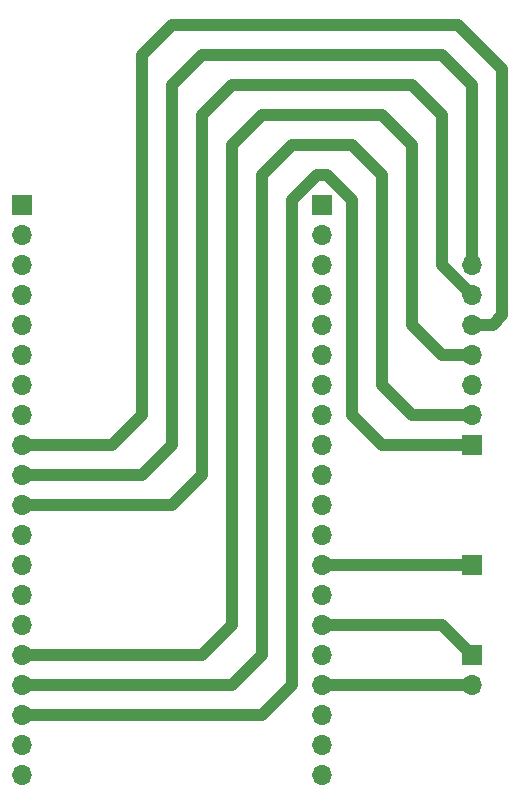
<source format=gbr>
%TF.GenerationSoftware,KiCad,Pcbnew,5.1.8-db9833491~88~ubuntu20.04.1*%
%TF.CreationDate,2020-11-27T11:04:12-07:00*%
%TF.ProjectId,Sound-Clock-Board,536f756e-642d-4436-9c6f-636b2d426f61,rev?*%
%TF.SameCoordinates,Original*%
%TF.FileFunction,Copper,L2,Bot*%
%TF.FilePolarity,Positive*%
%FSLAX46Y46*%
G04 Gerber Fmt 4.6, Leading zero omitted, Abs format (unit mm)*
G04 Created by KiCad (PCBNEW 5.1.8-db9833491~88~ubuntu20.04.1) date 2020-11-27 11:04:12*
%MOMM*%
%LPD*%
G01*
G04 APERTURE LIST*
%TA.AperFunction,ComponentPad*%
%ADD10R,1.700000X1.700000*%
%TD*%
%TA.AperFunction,ComponentPad*%
%ADD11O,1.700000X1.700000*%
%TD*%
%TA.AperFunction,Conductor*%
%ADD12C,1.000000*%
%TD*%
%TA.AperFunction,Conductor*%
%ADD13C,1.500000*%
%TD*%
G04 APERTURE END LIST*
D10*
%TO.P,J5,1*%
%TO.N,Net-(J2-Pad13)*%
X165100000Y-93980000D03*
%TD*%
D11*
%TO.P,J4,2*%
%TO.N,Net-(J2-Pad17)*%
X165100000Y-104140000D03*
D10*
%TO.P,J4,1*%
%TO.N,Net-(J2-Pad15)*%
X165100000Y-101600000D03*
%TD*%
D11*
%TO.P,J3,7*%
%TO.N,Net-(J1-Pad10)*%
X165100000Y-68580000D03*
%TO.P,J3,6*%
%TO.N,Net-(J1-Pad11)*%
X165100000Y-71120000D03*
%TO.P,J3,5*%
%TO.N,Net-(J1-Pad9)*%
X165100000Y-73660000D03*
%TO.P,J3,4*%
%TO.N,Net-(J1-Pad16)*%
X165100000Y-76200000D03*
%TO.P,J3,3*%
%TO.N,Net-(J3-Pad3)*%
X165100000Y-78740000D03*
%TO.P,J3,2*%
%TO.N,Net-(J1-Pad17)*%
X165100000Y-81280000D03*
D10*
%TO.P,J3,1*%
%TO.N,Net-(J1-Pad18)*%
X165100000Y-83820000D03*
%TD*%
D11*
%TO.P,J2,20*%
%TO.N,Net-(J2-Pad20)*%
X152400000Y-111760000D03*
%TO.P,J2,19*%
%TO.N,Net-(J2-Pad19)*%
X152400000Y-109220000D03*
%TO.P,J2,18*%
%TO.N,Net-(J2-Pad18)*%
X152400000Y-106680000D03*
%TO.P,J2,17*%
%TO.N,Net-(J2-Pad17)*%
X152400000Y-104140000D03*
%TO.P,J2,16*%
%TO.N,Net-(J2-Pad16)*%
X152400000Y-101600000D03*
%TO.P,J2,15*%
%TO.N,Net-(J2-Pad15)*%
X152400000Y-99060000D03*
%TO.P,J2,14*%
%TO.N,Net-(J2-Pad14)*%
X152400000Y-96520000D03*
%TO.P,J2,13*%
%TO.N,Net-(J2-Pad13)*%
X152400000Y-93980000D03*
%TO.P,J2,12*%
%TO.N,Net-(J2-Pad12)*%
X152400000Y-91440000D03*
%TO.P,J2,11*%
%TO.N,Net-(J2-Pad11)*%
X152400000Y-88900000D03*
%TO.P,J2,10*%
%TO.N,Net-(J2-Pad10)*%
X152400000Y-86360000D03*
%TO.P,J2,9*%
%TO.N,Net-(J2-Pad9)*%
X152400000Y-83820000D03*
%TO.P,J2,8*%
%TO.N,Net-(J2-Pad8)*%
X152400000Y-81280000D03*
%TO.P,J2,7*%
%TO.N,Net-(J2-Pad7)*%
X152400000Y-78740000D03*
%TO.P,J2,6*%
%TO.N,Net-(J2-Pad6)*%
X152400000Y-76200000D03*
%TO.P,J2,5*%
%TO.N,Net-(J2-Pad5)*%
X152400000Y-73660000D03*
%TO.P,J2,4*%
%TO.N,Net-(J2-Pad4)*%
X152400000Y-71120000D03*
%TO.P,J2,3*%
%TO.N,Net-(J2-Pad3)*%
X152400000Y-68580000D03*
%TO.P,J2,2*%
%TO.N,Net-(J2-Pad2)*%
X152400000Y-66040000D03*
D10*
%TO.P,J2,1*%
%TO.N,Net-(J2-Pad1)*%
X152400000Y-63500000D03*
%TD*%
D11*
%TO.P,J1,20*%
%TO.N,Net-(J1-Pad20)*%
X127000000Y-111760000D03*
%TO.P,J1,19*%
%TO.N,Net-(J1-Pad19)*%
X127000000Y-109220000D03*
%TO.P,J1,18*%
%TO.N,Net-(J1-Pad18)*%
X127000000Y-106680000D03*
%TO.P,J1,17*%
%TO.N,Net-(J1-Pad17)*%
X127000000Y-104140000D03*
%TO.P,J1,16*%
%TO.N,Net-(J1-Pad16)*%
X127000000Y-101600000D03*
%TO.P,J1,15*%
%TO.N,Net-(J1-Pad15)*%
X127000000Y-99060000D03*
%TO.P,J1,14*%
%TO.N,Net-(J1-Pad14)*%
X127000000Y-96520000D03*
%TO.P,J1,13*%
%TO.N,Net-(J1-Pad13)*%
X127000000Y-93980000D03*
%TO.P,J1,12*%
%TO.N,Net-(J1-Pad12)*%
X127000000Y-91440000D03*
%TO.P,J1,11*%
%TO.N,Net-(J1-Pad11)*%
X127000000Y-88900000D03*
%TO.P,J1,10*%
%TO.N,Net-(J1-Pad10)*%
X127000000Y-86360000D03*
%TO.P,J1,9*%
%TO.N,Net-(J1-Pad9)*%
X127000000Y-83820000D03*
%TO.P,J1,8*%
%TO.N,Net-(J1-Pad8)*%
X127000000Y-81280000D03*
%TO.P,J1,7*%
%TO.N,Net-(J1-Pad7)*%
X127000000Y-78740000D03*
%TO.P,J1,6*%
%TO.N,Net-(J1-Pad6)*%
X127000000Y-76200000D03*
%TO.P,J1,5*%
%TO.N,Net-(J1-Pad5)*%
X127000000Y-73660000D03*
%TO.P,J1,4*%
%TO.N,Net-(J1-Pad4)*%
X127000000Y-71120000D03*
%TO.P,J1,3*%
%TO.N,Net-(J1-Pad3)*%
X127000000Y-68580000D03*
%TO.P,J1,2*%
%TO.N,Net-(J1-Pad2)*%
X127000000Y-66040000D03*
D10*
%TO.P,J1,1*%
%TO.N,Net-(J1-Pad1)*%
X127000000Y-63500000D03*
%TD*%
D12*
%TO.N,Net-(J1-Pad18)*%
X157480000Y-83820000D02*
X165100000Y-83820000D01*
X154940000Y-81280000D02*
X157480000Y-83820000D01*
X154940000Y-63079998D02*
X154940000Y-81280000D01*
X149860000Y-63079998D02*
X151979998Y-60960000D01*
X152820002Y-60960000D02*
X154940000Y-63079998D01*
X149860000Y-104140000D02*
X149860000Y-63079998D01*
X151979998Y-60960000D02*
X152820002Y-60960000D01*
X147320000Y-106680000D02*
X149860000Y-104140000D01*
X127000000Y-106680000D02*
X147320000Y-106680000D01*
%TO.N,Net-(J1-Pad17)*%
X127000000Y-104140000D02*
X144780000Y-104140000D01*
X144780000Y-104140000D02*
X147320000Y-101600000D01*
X160020000Y-81280000D02*
X157480000Y-78740000D01*
X165100000Y-81280000D02*
X160020000Y-81280000D01*
X157480000Y-60960000D02*
X154940000Y-58420000D01*
X157480000Y-60960000D02*
X157480000Y-78740000D01*
X147320000Y-60960000D02*
X149860000Y-58420000D01*
X149860000Y-58420000D02*
X154940000Y-58420000D01*
X147320000Y-101600000D02*
X147320000Y-60960000D01*
%TO.N,Net-(J1-Pad16)*%
X162560000Y-76200000D02*
X160020000Y-73660000D01*
X165100000Y-76200000D02*
X162560000Y-76200000D01*
X160020000Y-58420000D02*
X157480000Y-55880000D01*
X160020000Y-58420000D02*
X160020000Y-73660000D01*
X144780000Y-58420000D02*
X147320000Y-55880000D01*
X157480000Y-55880000D02*
X147320000Y-55880000D01*
X142240000Y-101600000D02*
X144780000Y-99060000D01*
X144780000Y-99060000D02*
X144780000Y-58420000D01*
X127000000Y-101600000D02*
X142240000Y-101600000D01*
%TO.N,Net-(J1-Pad11)*%
X127000000Y-88900000D02*
X139700000Y-88900000D01*
X139700000Y-88900000D02*
X142240000Y-86360000D01*
X165100000Y-71120000D02*
X162560000Y-68580000D01*
X162560000Y-55880000D02*
X160020000Y-53340000D01*
X162560000Y-55880000D02*
X162560000Y-68580000D01*
X144780000Y-53340000D02*
X160020000Y-53340000D01*
X142240000Y-55880000D02*
X144780000Y-53340000D01*
X142240000Y-86360000D02*
X142240000Y-55880000D01*
D13*
%TO.N,Net-(J1-Pad10)*%
X127000000Y-86360000D02*
X127124002Y-86360000D01*
D12*
X127000000Y-86360000D02*
X137160000Y-86360000D01*
X137160000Y-86360000D02*
X139700000Y-83820000D01*
X165100000Y-53340000D02*
X165100000Y-68580000D01*
X162560000Y-50800000D02*
X165100000Y-53340000D01*
X139700000Y-53340000D02*
X142240000Y-50800000D01*
X142240000Y-50800000D02*
X162560000Y-50800000D01*
X139700000Y-83820000D02*
X139700000Y-53340000D01*
%TO.N,Net-(J1-Pad9)*%
X166834000Y-73660000D02*
X165100000Y-73660000D01*
X167640000Y-52000010D02*
X167640000Y-72854000D01*
X167640000Y-72854000D02*
X166834000Y-73660000D01*
X163899990Y-48260000D02*
X167640000Y-52000010D01*
X134620000Y-83820000D02*
X137160000Y-81280000D01*
X127000000Y-83820000D02*
X134620000Y-83820000D01*
X137160000Y-50800000D02*
X139700000Y-48260000D01*
X139700000Y-48260000D02*
X163899990Y-48260000D01*
X137160000Y-81280000D02*
X137160000Y-50800000D01*
%TO.N,Net-(J2-Pad17)*%
X152400000Y-104140000D02*
X165100000Y-104140000D01*
%TO.N,Net-(J2-Pad15)*%
X162560000Y-99060000D02*
X165100000Y-101600000D01*
X152400000Y-99060000D02*
X162560000Y-99060000D01*
%TO.N,Net-(J2-Pad13)*%
X152400000Y-93980000D02*
X165100000Y-93980000D01*
%TD*%
M02*

</source>
